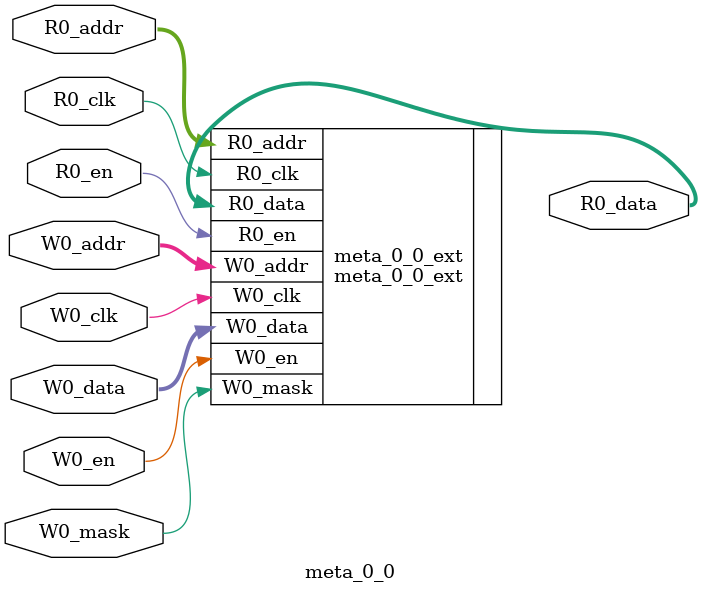
<source format=sv>
`ifndef RANDOMIZE
  `ifdef RANDOMIZE_REG_INIT
    `define RANDOMIZE
  `endif // RANDOMIZE_REG_INIT
`endif // not def RANDOMIZE
`ifndef RANDOMIZE
  `ifdef RANDOMIZE_MEM_INIT
    `define RANDOMIZE
  `endif // RANDOMIZE_MEM_INIT
`endif // not def RANDOMIZE

`ifndef RANDOM
  `define RANDOM $random
`endif // not def RANDOM

// Users can define 'PRINTF_COND' to add an extra gate to prints.
`ifndef PRINTF_COND_
  `ifdef PRINTF_COND
    `define PRINTF_COND_ (`PRINTF_COND)
  `else  // PRINTF_COND
    `define PRINTF_COND_ 1
  `endif // PRINTF_COND
`endif // not def PRINTF_COND_

// Users can define INIT_RANDOM as general code that gets injected into the
// initializer block for modules with registers.
`ifndef INIT_RANDOM
  `define INIT_RANDOM
`endif // not def INIT_RANDOM

// If using random initialization, you can also define RANDOMIZE_DELAY to
// customize the delay used, otherwise 0.002 is used.
`ifndef RANDOMIZE_DELAY
  `define RANDOMIZE_DELAY 0.002
`endif // not def RANDOMIZE_DELAY

// Define INIT_RANDOM_PROLOG_ for use in our modules below.
`ifndef INIT_RANDOM_PROLOG_
  `ifdef RANDOMIZE
    `ifdef VERILATOR
      `define INIT_RANDOM_PROLOG_ `INIT_RANDOM
    `else  // VERILATOR
      `define INIT_RANDOM_PROLOG_ `INIT_RANDOM #`RANDOMIZE_DELAY begin end
    `endif // VERILATOR
  `else  // RANDOMIZE
    `define INIT_RANDOM_PROLOG_
  `endif // RANDOMIZE
`endif // not def INIT_RANDOM_PROLOG_

// Include register initializers in init blocks unless synthesis is set
`ifndef SYNTHESIS
  `ifndef ENABLE_INITIAL_REG_
    `define ENABLE_INITIAL_REG_
  `endif // not def ENABLE_INITIAL_REG_
`endif // not def SYNTHESIS

// Include rmemory initializers in init blocks unless synthesis is set
`ifndef SYNTHESIS
  `ifndef ENABLE_INITIAL_MEM_
    `define ENABLE_INITIAL_MEM_
  `endif // not def ENABLE_INITIAL_MEM_
`endif // not def SYNTHESIS

module meta_0_0(
  input  [6:0]  R0_addr,
  input         R0_en,
                R0_clk,
  input  [6:0]  W0_addr,
  input         W0_en,
                W0_clk,
  input  [29:0] W0_data,
  input         W0_mask,
  output [29:0] R0_data
);

  meta_0_0_ext meta_0_0_ext (
    .R0_addr (R0_addr),
    .R0_en   (R0_en),
    .R0_clk  (R0_clk),
    .W0_addr (W0_addr),
    .W0_en   (W0_en),
    .W0_clk  (W0_clk),
    .W0_data (W0_data),
    .W0_mask (W0_mask),
    .R0_data (R0_data)
  );
endmodule


</source>
